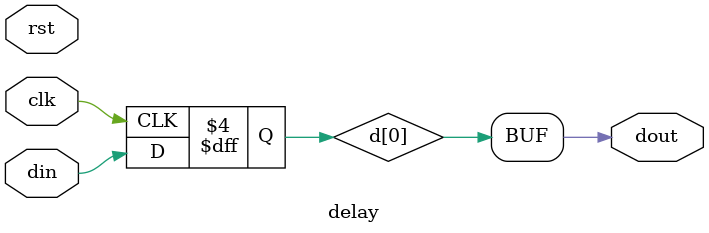
<source format=v>
`timescale 1ns / 1ps


module delay # (
    parameter D 			= 1,
	parameter BITWIDTH 	= 1
)(
    input clk,
	input rst,
	input [(BITWIDTH-1):0]din,
	output [(BITWIDTH-1):0]dout
);

reg [(BITWIDTH-1):0] d [(D-1):0];
integer i;
always @(posedge clk)
	begin
		d[0][(BITWIDTH-1):0]	<= din;

		for(i = 1; i< D ;i = i+1)
			d[i][(BITWIDTH-1):0] <= d[i-1][(BITWIDTH-1):0]; 
	end
assign dout = d[D-1][(BITWIDTH-1):0]; 

endmodule
</source>
